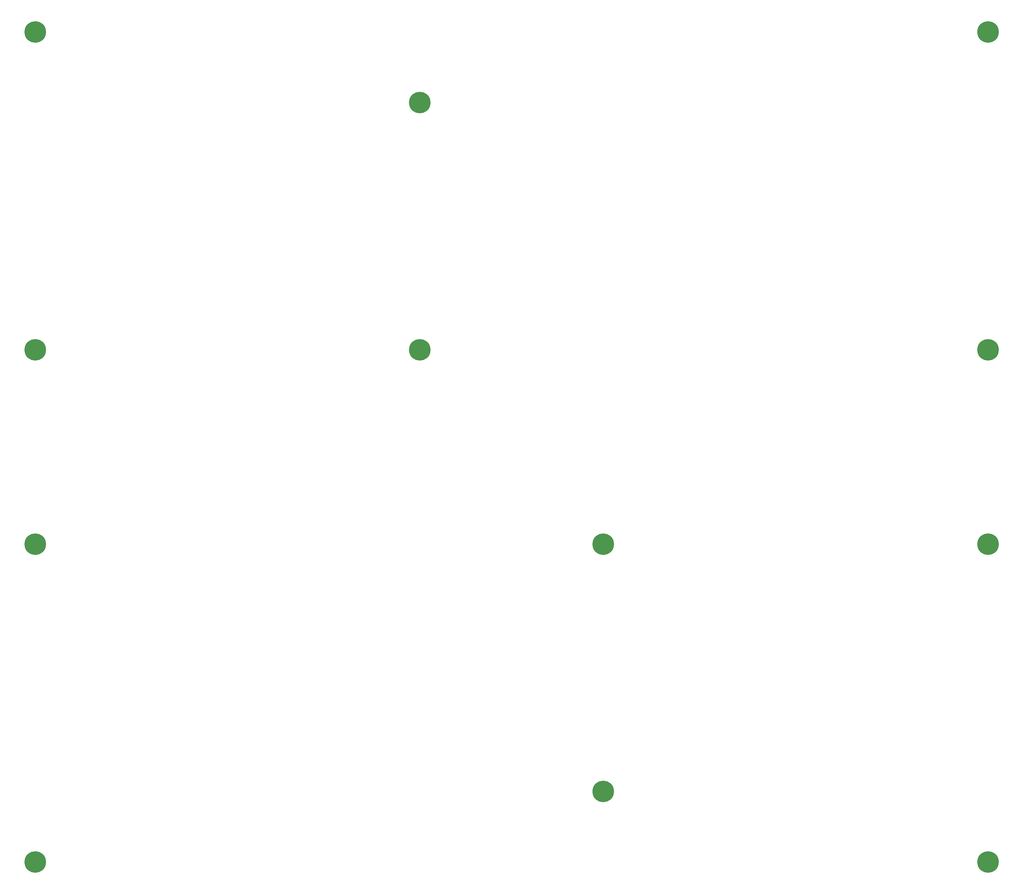
<source format=gbr>
%TF.GenerationSoftware,KiCad,Pcbnew,7.0.1*%
%TF.CreationDate,2023-05-27T10:06:57+09:00*%
%TF.ProjectId,Lift Cover Board,4c696674-2043-46f7-9665-7220426f6172,rev?*%
%TF.SameCoordinates,Original*%
%TF.FileFunction,Soldermask,Bot*%
%TF.FilePolarity,Negative*%
%FSLAX46Y46*%
G04 Gerber Fmt 4.6, Leading zero omitted, Abs format (unit mm)*
G04 Created by KiCad (PCBNEW 7.0.1) date 2023-05-27 10:06:57*
%MOMM*%
%LPD*%
G01*
G04 APERTURE LIST*
%ADD10C,6.102000*%
G04 APERTURE END LIST*
D10*
%TO.C,H4*%
X339990000Y-343770000D03*
%TD*%
%TO.C,H5*%
X230989999Y-253770001D03*
%TD*%
%TO.C,H11*%
X69989999Y-343770000D03*
%TD*%
%TO.C,H11*%
X339990000Y-108770001D03*
%TD*%
%TO.C,H7*%
X178990000Y-128770001D03*
%TD*%
%TO.C,H10*%
X69989999Y-253770000D03*
%TD*%
%TO.C,H10*%
X339990000Y-198770001D03*
%TD*%
%TO.C,H7*%
X230989999Y-323770000D03*
%TD*%
%TO.C,H5*%
X339990000Y-253770000D03*
%TD*%
%TO.C,H5*%
X69989999Y-198770001D03*
%TD*%
%TO.C,H5*%
X178990000Y-198770000D03*
%TD*%
%TO.C,H4*%
X69989999Y-108770001D03*
%TD*%
M02*

</source>
